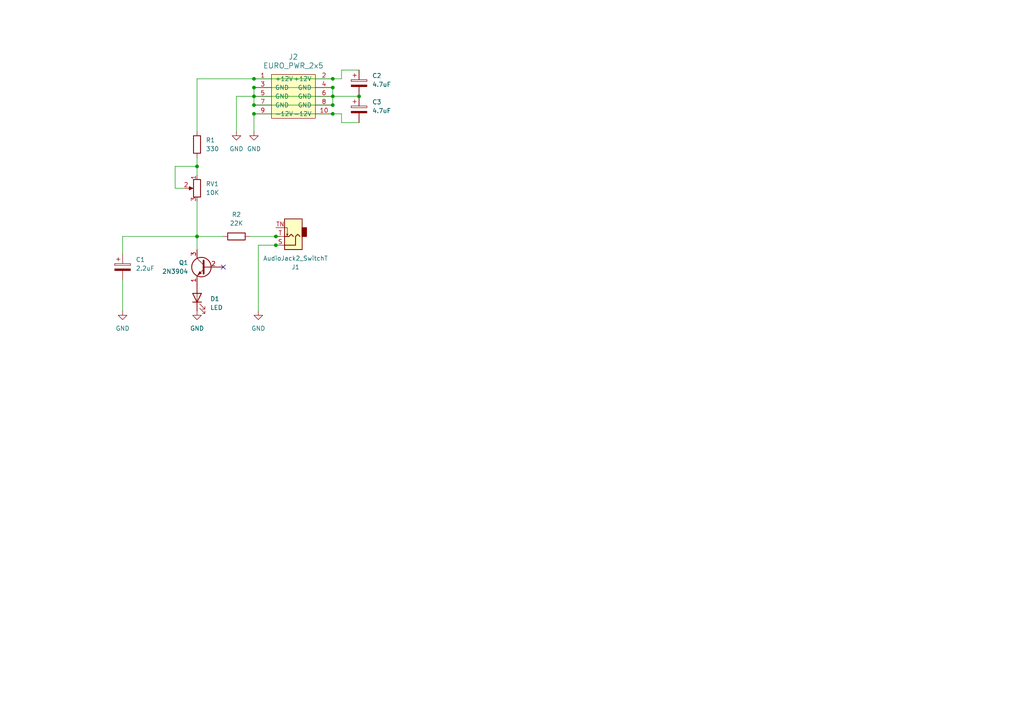
<source format=kicad_sch>
(kicad_sch (version 20230121) (generator eeschema)
  (paper "A4")
  (lib_symbols
    (symbol "Connector_Audio:AudioJack2_SwitchT"
      (property "Reference" "J" (at 0 8.89 0))
      (property "Value" "AudioJack2_SwitchT" (at 0 6.35 0))
      (symbol "AudioJack2_SwitchT_0_1"
        (rectangle (start -2.54 0) (end -3.81 -2.54) (stroke (width 0.254)) (fill (type outline)))
        (polyline (pts (xy 1.778 -0.254) (xy 2.032 -0.762)))
        (polyline (pts (xy 0 0) (xy 0.635 -0.635) (xy 1.27 0) (xy 2.54 0)) (stroke (width 0.254)))
        (polyline (pts (xy 2.54 -2.54) (xy 1.778 -2.54) (xy 1.778 -0.254) (xy 1.524 -0.762)))
        (polyline (pts (xy 2.54 2.54) (xy -0.635 2.54) (xy -0.635 0) (xy -1.27 -0.635) (xy -1.905 0)) (stroke (width 0.254)))
        (rectangle (start 2.54 3.81) (end -2.54 -5.08) (stroke (width 0.254)) (fill (type background)))
      )
      (symbol "AudioJack2_SwitchT_1_1"
        (pin passive line (at 5.08 2.54 180) (length 2.54) (name "~") (number "S"))
        (pin passive line (at 5.08 0 180) (length 2.54) (name "~") (number "T"))
        (pin passive line (at 5.08 -2.54 180) (length 2.54) (name "~") (number "TN"))
      )
    )
    (symbol "Device:C_Polarized" (pin_numbers hide) (pin_names (offset 0.254))
      (property "Reference" "C" (at 0.635 2.54 0))
      (property "Value" "C_Polarized" (at 0.635 -2.54 0))
      (symbol "C_Polarized_0_1"
        (rectangle (start -2.286 0.508) (end 2.286 1.016))
        (polyline (pts (xy -1.778 2.286) (xy -0.762 2.286)))
        (polyline (pts (xy -1.27 2.794) (xy -1.27 1.778)))
        (rectangle (start 2.286 -0.508) (end -2.286 -1.016) (fill (type outline)))
      )
      (symbol "C_Polarized_1_1"
        (pin passive line (at 0 3.81 270) (length 2.794) (name "~") (number "1"))
        (pin passive line (at 0 -3.81 90) (length 2.794) (name "~") (number "2"))
      )
    )
    (symbol "Device:LED" (pin_numbers hide) (pin_names (offset 1.016) hide)
      (property "Reference" "D" (at 0 2.54 0))
      (property "Value" "LED" (at 0 -2.54 0))
      (symbol "LED_0_1"
        (polyline (pts (xy -1.27 -1.27) (xy -1.27 1.27)) (stroke (width 0.254)))
        (polyline (pts (xy -1.27 0) (xy 1.27 0)))
        (polyline (pts (xy 1.27 -1.27) (xy 1.27 1.27) (xy -1.27 0) (xy 1.27 -1.27)) (stroke (width 0.254)))
        (polyline (pts (xy -3.048 -0.762) (xy -4.572 -2.286) (xy -3.81 -2.286) (xy -4.572 -2.286) (xy -4.572 -1.524)))
        (polyline (pts (xy -1.778 -0.762) (xy -3.302 -2.286) (xy -2.54 -2.286) (xy -3.302 -2.286) (xy -3.302 -1.524)))
      )
      (symbol "LED_1_1"
        (pin passive line (at -3.81 0 0) (length 2.54) (name "K") (number "1"))
        (pin passive line (at 3.81 0 180) (length 2.54) (name "A") (number "2"))
      )
    )
    (symbol "Device:R" (pin_numbers hide) (pin_names (offset 0))
      (property "Reference" "R" (at 2.032 0 90))
      (property "Value" "R" (at 0 0 90))
      (symbol "R_0_1"
        (rectangle (start -1.016 -2.54) (end 1.016 2.54) (stroke (width 0.254)))
      )
      (symbol "R_1_1"
        (pin passive line (at 0 3.81 270) (length 1.27) (name "~") (number "1"))
        (pin passive line (at 0 -3.81 90) (length 1.27) (name "~") (number "2"))
      )
    )
    (symbol "Device:R_Potentiometer" (pin_names (offset 1.016) hide)
      (property "Reference" "RV" (at -4.445 0 90))
      (property "Value" "R_Potentiometer" (at -2.54 0 90))
      (symbol "R_Potentiometer_0_1"
        (polyline (pts (xy 2.54 0) (xy 1.524 0)))
        (polyline (pts (xy 1.143 0) (xy 2.286 0.508) (xy 2.286 -0.508) (xy 1.143 0)) (fill (type outline)))
        (rectangle (start 1.016 2.54) (end -1.016 -2.54) (stroke (width 0.254)))
      )
      (symbol "R_Potentiometer_1_1"
        (pin passive line (at 0 3.81 270) (length 1.27) (name "1") (number "1"))
        (pin passive line (at 3.81 0 180) (length 1.27) (name "2") (number "2"))
        (pin passive line (at 0 -3.81 90) (length 1.27) (name "3") (number "3"))
      )
    )
    (symbol "Transistor_BJT:2N3904" (pin_names (offset 0) hide)
      (property "Reference" "Q" (at 5.08 1.905 0))
      (property "Value" "2N3904" (at 5.08 0 0))
      (symbol "2N3904_0_1"
        (polyline (pts (xy 0.635 0.635) (xy 2.54 2.54)))
        (polyline (pts (xy 0.635 -0.635) (xy 2.54 -2.54) (xy 2.54 -2.54)))
        (polyline (pts (xy 0.635 1.905) (xy 0.635 -1.905) (xy 0.635 -1.905)) (stroke (width 0.508)))
        (polyline (pts (xy 1.27 -1.778) (xy 1.778 -1.27) (xy 2.286 -2.286) (xy 1.27 -1.778) (xy 1.27 -1.778)) (fill (type outline)))
        (circle (center 1.27 0) (radius 2.8194) (stroke (width 0.254)))
      )
      (symbol "2N3904_1_1"
        (pin passive line (at 2.54 -5.08 90) (length 2.54) (name "E") (number "1"))
        (pin passive line (at -5.08 0 0) (length 5.715) (name "B") (number "2"))
        (pin passive line (at 2.54 5.08 270) (length 2.54) (name "C") (number "3"))
      )
    )
    (symbol "eurocad:EURO_PWR_2x5" (pin_names (offset 1.016))
      (property "Reference" "J" (at 0 -7.62 0))
      (property "Value" "EURO_PWR_2x5" (at 0 7.62 0))
      (symbol "EURO_PWR_2x5_0_1"
        (rectangle (start -6.35 6.35) (end 6.35 -6.35) (fill (type background)))
      )
      (symbol "EURO_PWR_2x5_1_1"
        (pin power_in line (at -11.43 5.08 0) (length 5.08) (name "+12V") (number "1"))
        (pin power_in line (at 11.43 -5.08 180) (length 5.08) (name "-12V") (number "10"))
        (pin power_in line (at 11.43 5.08 180) (length 5.08) (name "+12V") (number "2"))
        (pin power_in line (at -11.43 2.54 0) (length 5.08) (name "GND") (number "3"))
        (pin power_in line (at 11.43 2.54 180) (length 5.08) (name "GND") (number "4"))
        (pin power_in line (at -11.43 0 0) (length 5.08) (name "GND") (number "5"))
        (pin power_in line (at 11.43 0 180) (length 5.08) (name "GND") (number "6"))
        (pin power_in line (at -11.43 -2.54 0) (length 5.08) (name "GND") (number "7"))
        (pin power_in line (at 11.43 -2.54 180) (length 5.08) (name "GND") (number "8"))
        (pin power_in line (at -11.43 -5.08 0) (length 5.08) (name "-12V") (number "9"))
      )
    )
    (symbol "power:GND" (power) (pin_names (offset 0))
      (property "Value" "GND" (at 0 -3.81 0))
      (symbol "GND_0_1"
        (polyline (pts (xy 0 0) (xy 0 -1.27) (xy 1.27 -1.27) (xy 0 -2.54) (xy -1.27 -1.27) (xy 0 -1.27)))
      )
      (symbol "GND_1_1"
        (pin power_in line (at 0 0 270) (length 0) hide (name "GND") (number "1"))
      )
    )
  )
  (junction (at 80.01 68.58))
  (junction (at 96.52 22.86))
  (junction (at 57.15 68.58))
  (junction (at 73.66 33.02))
  (junction (at 96.52 30.48))
  (junction (at 57.15 48.26))
  (junction (at 96.52 33.02))
  (junction (at 73.66 25.4))
  (junction (at 73.66 30.48))
  (junction (at 80.01 71.12))
  (junction (at 73.66 27.94))
  (junction (at 96.52 27.94))
  (junction (at 96.52 25.4))
  (junction (at 73.66 22.86))
  (junction (at 104.14 27.94))
  (no_connect (at 64.77 77.47))
  (wire (pts (xy 35.56 81.28) (xy 35.56 90.17)))
  (wire (pts (xy 96.52 27.94) (xy 104.14 27.94)))
  (wire (pts (xy 57.15 68.58) (xy 64.77 68.58)))
  (wire (pts (xy 50.8 48.26) (xy 57.15 48.26)))
  (wire (pts (xy 73.66 27.94) (xy 73.66 30.48)))
  (wire (pts (xy 73.66 27.94) (xy 96.52 27.94)))
  (wire (pts (xy 68.58 27.94) (xy 68.58 38.1)))
  (wire (pts (xy 50.8 54.61) (xy 50.8 48.26)))
  (wire (pts (xy 99.06 22.86) (xy 99.06 20.32)))
  (wire (pts (xy 35.56 68.58) (xy 57.15 68.58)))
  (wire (pts (xy 96.52 25.4) (xy 96.52 27.94)))
  (wire (pts (xy 73.66 25.4) (xy 73.66 27.94)))
  (wire (pts (xy 74.93 71.12) (xy 74.93 90.17)))
  (wire (pts (xy 80.01 68.58) (xy 81.28 68.58)))
  (wire (pts (xy 73.66 33.02) (xy 73.66 38.1)))
  (wire (pts (xy 72.39 68.58) (xy 80.01 68.58)))
  (wire (pts (xy 73.66 33.02) (xy 96.52 33.02)))
  (wire (pts (xy 99.06 33.02) (xy 99.06 35.56)))
  (wire (pts (xy 81.28 71.12) (xy 80.01 71.12)))
  (wire (pts (xy 73.66 30.48) (xy 96.52 30.48)))
  (wire (pts (xy 96.52 22.86) (xy 99.06 22.86)))
  (wire (pts (xy 73.66 25.4) (xy 96.52 25.4)))
  (wire (pts (xy 73.66 27.94) (xy 68.58 27.94)))
  (wire (pts (xy 57.15 48.26) (xy 57.15 50.8)))
  (wire (pts (xy 96.52 33.02) (xy 99.06 33.02)))
  (wire (pts (xy 53.34 54.61) (xy 50.8 54.61)))
  (wire (pts (xy 80.01 71.12) (xy 74.93 71.12)))
  (wire (pts (xy 73.66 22.86) (xy 96.52 22.86)))
  (wire (pts (xy 57.15 22.86) (xy 57.15 38.1)))
  (wire (pts (xy 99.06 20.32) (xy 104.14 20.32)))
  (wire (pts (xy 57.15 58.42) (xy 57.15 68.58)))
  (wire (pts (xy 57.15 45.72) (xy 57.15 48.26)))
  (wire (pts (xy 57.15 22.86) (xy 73.66 22.86)))
  (wire (pts (xy 57.15 68.58) (xy 57.15 72.39)))
  (wire (pts (xy 96.52 27.94) (xy 96.52 30.48)))
  (wire (pts (xy 99.06 35.56) (xy 104.14 35.56)))
  (wire (pts (xy 35.56 68.58) (xy 35.56 73.66)))
  (symbol (lib_id "power:GND") (at 74.93 90.17 0) (unit 1)
    (property "Reference" "#PWR03" (effects hide))
    (property "Value" "GND" (at 74.93 95.25 0))
  )
  (symbol (lib_id "power:GND") (at 73.66 38.1 0) (unit 1)
    (property "Reference" "#PWR05" (effects hide))
    (property "Value" "GND" (at 73.66 43.18 0))
  )
  (symbol (lib_id "Device:C_Polarized") (at 104.14 24.13 0) (unit 1)
    (property "Reference" "C2" (at 107.95 21.971 0) (effects (justify left)))
    (property "Value" "4.7uF" (at 107.95 24.511 0) (effects (justify left)))
    (property "Footprint" "Capacitor_THT:CP_Radial_D5.0mm_P2.50mm" (effects hide))
  )
  (symbol (lib_id "Device:C_Polarized") (at 104.14 31.75 0) (unit 1)
    (property "Reference" "C3" (at 107.95 29.591 0) (effects (justify left)))
    (property "Value" "4.7uF" (at 107.95 32.131 0) (effects (justify left)))
    (property "Footprint" "Capacitor_THT:CP_Radial_D5.0mm_P2.50mm" (effects hide))
  )
  (symbol (lib_id "power:GND") (at 35.56 90.17 0) (unit 1)
    (property "Reference" "#PWR01" (effects hide))
    (property "Value" "GND" (at 35.56 95.25 0))
  )
  (symbol (lib_id "Device:LED") (at 57.15 86.36 90) (unit 1)
    (property "Reference" "D1" (at 60.96 86.6775 90) (effects (justify right)))
    (property "Value" "LED" (at 60.96 89.2175 90) (effects (justify right)))
    (property "Footprint" "LED_THT:LED_D3.0mm" (effects hide))
  )
  (symbol (lib_id "power:GND") (at 68.58 38.1 0) (unit 1)
    (property "Reference" "#PWR04" (effects hide))
    (property "Value" "GND" (at 68.58 43.18 0))
  )
  (symbol (lib_id "eurocad:EURO_PWR_2x5") (at 85.09 27.94 0) (unit 1)
    (property "Reference" "J2" (at 85.09 16.51 0) (effects (font (size 1.524 1.524))))
    (property "Value" "EURO_PWR_2x5" (at 85.09 19.05 0) (effects (font (size 1.524 1.524))))
    (property "Footprint" "Connector_IDC:IDC-Header_2x05_P2.54mm_Vertical" (effects hide))
  )
  (symbol (lib_id "Device:R_Potentiometer") (at 57.15 54.61 0) (mirror y) (unit 1)
    (property "Reference" "RV1" (at 59.69 53.34 0) (effects (justify right)))
    (property "Value" "10K" (at 59.69 55.88 0) (effects (justify right)))
    (property "Footprint" "eurocad:Alpha9mmPot" (effects hide))
  )
  (symbol (lib_id "Device:R") (at 68.58 68.58 90) (unit 1)
    (property "Reference" "R2" (at 68.58 62.23 90))
    (property "Value" "22K" (at 68.58 64.77 90))
    (property "Footprint" "Resistor_THT:R_Axial_DIN0207_L6.3mm_D2.5mm_P10.16mm_Horizontal" (effects hide))
  )
  (symbol (lib_id "Connector_Audio:AudioJack2_SwitchT") (at 85.09 68.58 180) (unit 1)
    (property "Reference" "J1" (at 85.725 77.47 0))
    (property "Value" "AudioJack2_SwitchT" (at 85.725 74.93 0))
    (property "Footprint" "eurocad:PJ301M-12_T_S" (effects hide))
  )
  (symbol (lib_id "Device:C_Polarized") (at 35.56 77.47 0) (unit 1)
    (property "Reference" "C1" (at 39.37 75.311 0) (effects (justify left)))
    (property "Value" "2.2uF" (at 39.37 77.851 0) (effects (justify left)))
    (property "Footprint" "Capacitor_THT:CP_Radial_D5.0mm_P2.50mm" (effects hide))
  )
  (symbol (lib_id "Device:R") (at 57.15 41.91 0) (unit 1)
    (property "Reference" "R1" (at 59.69 40.64 0) (effects (justify left)))
    (property "Value" "330" (at 59.69 43.18 0) (effects (justify left)))
    (property "Footprint" "Resistor_THT:R_Axial_DIN0207_L6.3mm_D2.5mm_P10.16mm_Horizontal" (effects hide))
  )
  (symbol (lib_id "Transistor_BJT:2N3904") (at 59.69 77.47 0) (mirror y) (unit 1)
    (property "Reference" "Q1" (at 54.61 76.2 0) (effects (justify left)))
    (property "Value" "2N3904" (at 54.61 78.74 0) (effects (justify left)))
    (property "Footprint" "Package_TO_SOT_THT:TO-92_Inline" (effects hide))
    (property "Datasheet" "https://www.onsemi.com/pub/Collateral/2N3903-D.PDF" (effects hide))
  )
  (symbol (lib_id "power:GND") (at 57.15 90.17 0) (unit 1)
    (property "Reference" "#PWR02" (effects hide))
    (property "Value" "GND" (at 57.15 95.25 0))
  )
)
</source>
